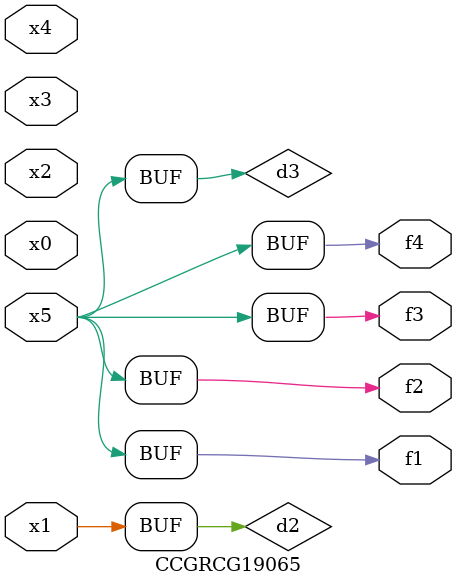
<source format=v>
module CCGRCG19065(
	input x0, x1, x2, x3, x4, x5,
	output f1, f2, f3, f4
);

	wire d1, d2, d3;

	not (d1, x5);
	or (d2, x1);
	xnor (d3, d1);
	assign f1 = d3;
	assign f2 = d3;
	assign f3 = d3;
	assign f4 = d3;
endmodule

</source>
